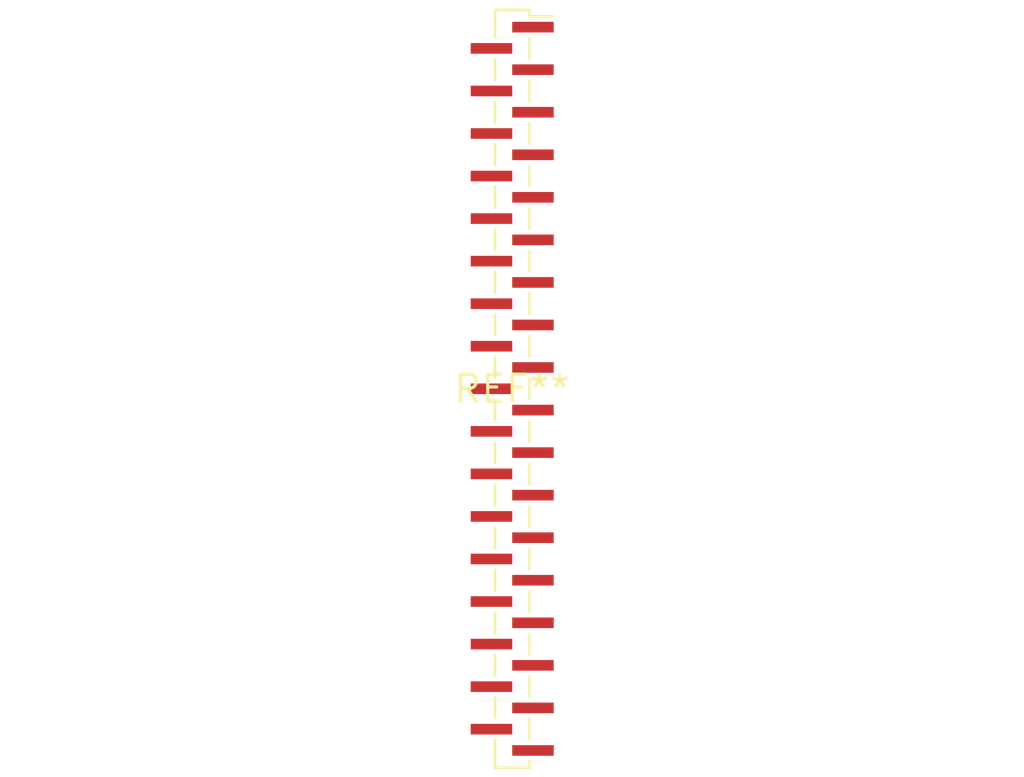
<source format=kicad_pcb>
(kicad_pcb (version 20240108) (generator pcbnew)
  (layers (0 "F.Cu" signal) (31 "B.Cu" signal) (34 "B.Paste" user) (35 "F.Paste" user) (36 "B.SilkS" user "B.Silkscreen") (37 "F.SilkS" user "F.Silkscreen") (38 "B.Mask" user) (39 "F.Mask" user) (44 "Edge.Cuts" user))
  (net 0 "")
  (footprint "PinSocket_1x35_P1.00mm_Vertical_SMD_Pin1Right" (layer "F.Cu") (at 0 0)
    (property "Reference" "REF**")
    (property "Value" "PinSocket_1x35_P1.00mm_Vertical_SMD_Pin1Right")
    (fp_line (start -0.81 -17.81) (end -0.81 -16.51) (layer "F.SilkS") (stroke (width 0.12)))
    (fp_line (start -0.81 -17.81) (end 0.81 -17.81) (layer "F.SilkS") (stroke (width 0.12)))
    (fp_line (start -0.81 -15.49) (end -0.81 -14.51) (layer "F.SilkS") (stroke (width 0.12)))
    (fp_line (start -0.81 -13.49) (end -0.81 -12.51) (layer "F.SilkS") (stroke (width 0.12)))
    (fp_line (start -0.81 -11.49) (end -0.81 -10.51) (layer "F.SilkS") (stroke (width 0.12)))
    (fp_line (start -0.81 -9.49) (end -0.81 -8.51) (layer "F.SilkS") (stroke (width 0.12)))
    (fp_line (start -0.81 -7.49) (end -0.81 -6.51) (layer "F.SilkS") (stroke (width 0.12)))
    (fp_line (start -0.81 -5.49) (end -0.81 -4.51) (layer "F.SilkS") (stroke (width 0.12)))
    (fp_line (start -0.81 -3.49) (end -0.81 -2.51) (layer "F.SilkS") (stroke (width 0.12)))
    (fp_line (start -0.81 -1.49) (end -0.81 -0.51) (layer "F.SilkS") (stroke (width 0.12)))
    (fp_line (start -0.81 0.51) (end -0.81 1.49) (layer "F.SilkS") (stroke (width 0.12)))
    (fp_line (start -0.81 2.51) (end -0.81 3.49) (layer "F.SilkS") (stroke (width 0.12)))
    (fp_line (start -0.81 4.51) (end -0.81 5.49) (layer "F.SilkS") (stroke (width 0.12)))
    (fp_line (start -0.81 6.51) (end -0.81 7.49) (layer "F.SilkS") (stroke (width 0.12)))
    (fp_line (start -0.81 8.51) (end -0.81 9.49) (layer "F.SilkS") (stroke (width 0.12)))
    (fp_line (start -0.81 10.51) (end -0.81 11.49) (layer "F.SilkS") (stroke (width 0.12)))
    (fp_line (start -0.81 12.51) (end -0.81 13.49) (layer "F.SilkS") (stroke (width 0.12)))
    (fp_line (start -0.81 14.51) (end -0.81 15.49) (layer "F.SilkS") (stroke (width 0.12)))
    (fp_line (start -0.81 16.51) (end -0.81 17.81) (layer "F.SilkS") (stroke (width 0.12)))
    (fp_line (start -0.81 17.81) (end 0.81 17.81) (layer "F.SilkS") (stroke (width 0.12)))
    (fp_line (start 0.81 -17.81) (end 0.81 -17.51) (layer "F.SilkS") (stroke (width 0.12)))
    (fp_line (start 0.81 -17.51) (end 1.89 -17.51) (layer "F.SilkS") (stroke (width 0.12)))
    (fp_line (start 0.81 -16.49) (end 0.81 -15.51) (layer "F.SilkS") (stroke (width 0.12)))
    (fp_line (start 0.81 -14.49) (end 0.81 -13.51) (layer "F.SilkS") (stroke (width 0.12)))
    (fp_line (start 0.81 -12.49) (end 0.81 -11.51) (layer "F.SilkS") (stroke (width 0.12)))
    (fp_line (start 0.81 -10.49) (end 0.81 -9.51) (layer "F.SilkS") (stroke (width 0.12)))
    (fp_line (start 0.81 -8.49) (end 0.81 -7.51) (layer "F.SilkS") (stroke (width 0.12)))
    (fp_line (start 0.81 -6.49) (end 0.81 -5.51) (layer "F.SilkS") (stroke (width 0.12)))
    (fp_line (start 0.81 -4.49) (end 0.81 -3.51) (layer "F.SilkS") (stroke (width 0.12)))
    (fp_line (start 0.81 -2.49) (end 0.81 -1.51) (layer "F.SilkS") (stroke (width 0.12)))
    (fp_line (start 0.81 -0.49) (end 0.81 0.49) (layer "F.SilkS") (stroke (width 0.12)))
    (fp_line (start 0.81 1.51) (end 0.81 2.49) (layer "F.SilkS") (stroke (width 0.12)))
    (fp_line (start 0.81 3.51) (end 0.81 4.49) (layer "F.SilkS") (stroke (width 0.12)))
    (fp_line (start 0.81 5.51) (end 0.81 6.49) (layer "F.SilkS") (stroke (width 0.12)))
    (fp_line (start 0.81 7.51) (end 0.81 8.49) (layer "F.SilkS") (stroke (width 0.12)))
    (fp_line (start 0.81 9.51) (end 0.81 10.49) (layer "F.SilkS") (stroke (width 0.12)))
    (fp_line (start 0.81 11.51) (end 0.81 12.49) (layer "F.SilkS") (stroke (width 0.12)))
    (fp_line (start 0.81 13.51) (end 0.81 14.49) (layer "F.SilkS") (stroke (width 0.12)))
    (fp_line (start 0.81 15.51) (end 0.81 16.49) (layer "F.SilkS") (stroke (width 0.12)))
    (fp_line (start 0.81 17.51) (end 0.81 17.81) (layer "F.SilkS") (stroke (width 0.12)))
    (pad "1" smd rect (at 0.975 -17) (size 1.95 0.5) (layers "F.Cu" "F.Paste" "F.Mask"))
    (pad "2" smd rect (at -0.975 -16) (size 1.95 0.5) (layers "F.Cu" "F.Paste" "F.Mask"))
    (pad "3" smd rect (at 0.975 -15) (size 1.95 0.5) (layers "F.Cu" "F.Paste" "F.Mask"))
    (pad "4" smd rect (at -0.975 -14) (size 1.95 0.5) (layers "F.Cu" "F.Paste" "F.Mask"))
    (pad "5" smd rect (at 0.975 -13) (size 1.95 0.5) (layers "F.Cu" "F.Paste" "F.Mask"))
    (pad "6" smd rect (at -0.975 -12) (size 1.95 0.5) (layers "F.Cu" "F.Paste" "F.Mask"))
    (pad "7" smd rect (at 0.975 -11) (size 1.95 0.5) (layers "F.Cu" "F.Paste" "F.Mask"))
    (pad "8" smd rect (at -0.975 -10) (size 1.95 0.5) (layers "F.Cu" "F.Paste" "F.Mask"))
    (pad "9" smd rect (at 0.975 -9) (size 1.95 0.5) (layers "F.Cu" "F.Paste" "F.Mask"))
    (pad "10" smd rect (at -0.975 -8) (size 1.95 0.5) (layers "F.Cu" "F.Paste" "F.Mask"))
    (pad "11" smd rect (at 0.975 -7) (size 1.95 0.5) (layers "F.Cu" "F.Paste" "F.Mask"))
    (pad "12" smd rect (at -0.975 -6) (size 1.95 0.5) (layers "F.Cu" "F.Paste" "F.Mask"))
    (pad "13" smd rect (at 0.975 -5) (size 1.95 0.5) (layers "F.Cu" "F.Paste" "F.Mask"))
    (pad "14" smd rect (at -0.975 -4) (size 1.95 0.5) (layers "F.Cu" "F.Paste" "F.Mask"))
    (pad "15" smd rect (at 0.975 -3) (size 1.95 0.5) (layers "F.Cu" "F.Paste" "F.Mask"))
    (pad "16" smd rect (at -0.975 -2) (size 1.95 0.5) (layers "F.Cu" "F.Paste" "F.Mask"))
    (pad "17" smd rect (at 0.975 -1) (size 1.95 0.5) (layers "F.Cu" "F.Paste" "F.Mask"))
    (pad "18" smd rect (at -0.975 0) (size 1.95 0.5) (layers "F.Cu" "F.Paste" "F.Mask"))
    (pad "19" smd rect (at 0.975 1) (size 1.95 0.5) (layers "F.Cu" "F.Paste" "F.Mask"))
    (pad "20" smd rect (at -0.975 2) (size 1.95 0.5) (layers "F.Cu" "F.Paste" "F.Mask"))
    (pad "21" smd rect (at 0.975 3) (size 1.95 0.5) (layers "F.Cu" "F.Paste" "F.Mask"))
    (pad "22" smd rect (at -0.975 4) (size 1.95 0.5) (layers "F.Cu" "F.Paste" "F.Mask"))
    (pad "23" smd rect (at 0.975 5) (size 1.95 0.5) (layers "F.Cu" "F.Paste" "F.Mask"))
    (pad "24" smd rect (at -0.975 6) (size 1.95 0.5) (layers "F.Cu" "F.Paste" "F.Mask"))
    (pad "25" smd rect (at 0.975 7) (size 1.95 0.5) (layers "F.Cu" "F.Paste" "F.Mask"))
    (pad "26" smd rect (at -0.975 8) (size 1.95 0.5) (layers "F.Cu" "F.Paste" "F.Mask"))
    (pad "27" smd rect (at 0.975 9) (size 1.95 0.5) (layers "F.Cu" "F.Paste" "F.Mask"))
    (pad "28" smd rect (at -0.975 10) (size 1.95 0.5) (layers "F.Cu" "F.Paste" "F.Mask"))
    (pad "29" smd rect (at 0.975 11) (size 1.95 0.5) (layers "F.Cu" "F.Paste" "F.Mask"))
    (pad "30" smd rect (at -0.975 12) (size 1.95 0.5) (layers "F.Cu" "F.Paste" "F.Mask"))
    (pad "31" smd rect (at 0.975 13) (size 1.95 0.5) (layers "F.Cu" "F.Paste" "F.Mask"))
    (pad "32" smd rect (at -0.975 14) (size 1.95 0.5) (layers "F.Cu" "F.Paste" "F.Mask"))
    (pad "33" smd rect (at 0.975 15) (size 1.95 0.5) (layers "F.Cu" "F.Paste" "F.Mask"))
    (pad "34" smd rect (at -0.975 16) (size 1.95 0.5) (layers "F.Cu" "F.Paste" "F.Mask"))
    (pad "35" smd rect (at 0.975 17) (size 1.95 0.5) (layers "F.Cu" "F.Paste" "F.Mask"))
  )
)
</source>
